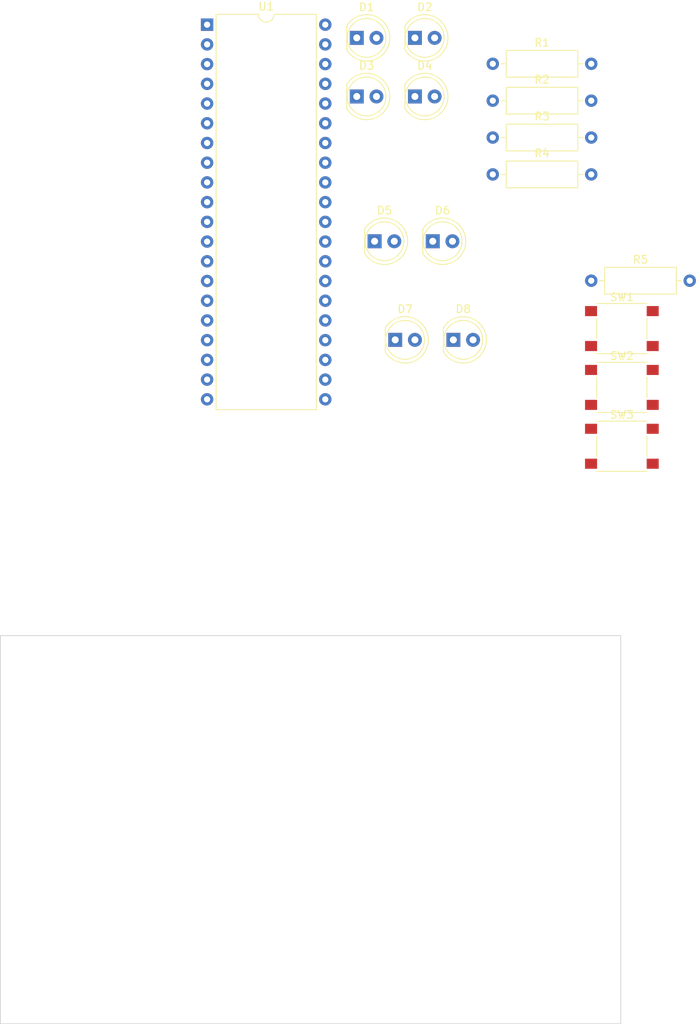
<source format=kicad_pcb>
(kicad_pcb (version 20221018) (generator pcbnew)
  (layers (0 "F.Cu" signal) (31 "B.Cu" signal) (34 "B.Paste" user) (35 "F.Paste" user) (36 "B.SilkS" user "B.Silkscreen") (37 "F.SilkS" user "F.Silkscreen") (38 "B.Mask" user) (39 "F.Mask" user) (44 "Edge.Cuts" user))
  (net 0 "")
  (net 1 "GND")
  (net 2 "Net-(D1-A)")
  (net 3 "Net-(D2-A)")
  (net 4 "Net-(D3-A)")
  (net 5 "Net-(D4-A)")
  (net 6 "Net-(U1-PB0)")
  (net 7 "Net-(U1-PB1)")
  (net 8 "Net-(U1-PB2)")
  (net 17 "Net-(U1-PB3)")
  (net 18 "Net-(U1-~{RESET})")
  (net 19 "+1V5")
  (net 20 "Net-(U1-PC0)")
  (net 25 "Net-(U1-PC1)")
  (net 26 "Net-(U1-GND-Pad11)")
  (footprint "LED_THT:LED_D5.0mm_IRGrey" (layer "F.Cu") (at 73.62 -56.84)
    (fp_text reference "D2" (at 1.27 -3.96) (layer "F.SilkS"))
    (fp_text value "LD271")
    (fp_line (start -1.29 -1.545) (end -1.29 1.545) (stroke (width 0.12)) (layer "F.SilkS"))
    (fp_arc (start -1.29 -1.54483) (mid 2.072002 -2.880433) (end 4.26 0.000462) (stroke (width 0.12)) (layer "F.SilkS"))
    (fp_arc (start 4.26 -0.000462) (mid 2.072002 2.880433) (end -1.29 1.54483) (stroke (width 0.12)) (layer "F.SilkS"))
    (fp_circle (center 1.27 0) (end 3.77 0) (stroke (width 0.12)) (fill none) (layer "F.SilkS"))
    (pad "1" thru_hole rect (at 0 0) (size 1.8 1.8) (drill 0.9) (layers "*.Cu" "*.Mask") (net 1 "GND"))
    (pad "2" thru_hole circle (at 2.54 0) (size 1.8 1.8) (drill 0.9) (layers "*.Cu" "*.Mask") (net 3 "Net-(D2-A)"))
  )
  (footprint "Button_Switch_SMD:SW_Push_1P1T_NO_6x6mm_H9.5mm" (layer "F.Cu") (at 100.31 -11.815)
    (fp_text reference "SW2" (at 0 -4.05) (layer "F.SilkS"))
    (fp_text value "SW_Push")
    (fp_line (start -3.23 -3.23) (end 3.23 -3.23) (stroke (width 0.12)) (layer "F.SilkS"))
    (fp_line (start -3.23 -3.2) (end -3.23 -3.23) (stroke (width 0.12)) (layer "F.SilkS"))
    (fp_line (start -3.23 -1.3) (end -3.23 1.3) (stroke (width 0.12)) (layer "F.SilkS"))
    (fp_line (start -3.23 3.23) (end -3.23 3.2) (stroke (width 0.12)) (layer "F.SilkS"))
    (fp_line (start -3.23 3.23) (end 3.23 3.23) (stroke (width 0.12)) (layer "F.SilkS"))
    (fp_line (start 3.23 -3.23) (end 3.23 -3.2) (stroke (width 0.12)) (layer "F.SilkS"))
    (fp_line (start 3.23 -1.3) (end 3.23 1.3) (stroke (width 0.12)) (layer "F.SilkS"))
    (fp_line (start 3.23 3.23) (end 3.23 3.2) (stroke (width 0.12)) (layer "F.SilkS"))
    (pad "1" smd rect (at -3.975 -2.25) (size 1.55 1.3) (layers "F.Cu" "F.Paste" "F.Mask") (net 20 "Net-(U1-PC0)"))
    (pad "1" smd rect (at 3.975 -2.25) (size 1.55 1.3) (layers "F.Cu" "F.Paste" "F.Mask") (net 20 "Net-(U1-PC0)"))
    (pad "2" smd rect (at -3.975 2.25) (size 1.55 1.3) (layers "F.Cu" "F.Paste" "F.Mask") (net 19 "+1V5"))
    (pad "2" smd rect (at 3.975 2.25) (size 1.55 1.3) (layers "F.Cu" "F.Paste" "F.Mask") (net 19 "+1V5"))
  )
  (footprint "Button_Switch_SMD:SW_Push_1P1T_NO_6x6mm_H9.5mm" (layer "F.Cu") (at 100.31 -19.395)
    (fp_text reference "SW1" (at 0 -4.05) (layer "F.SilkS"))
    (fp_text value "SW_Push")
    (fp_line (start -3.23 -3.23) (end 3.23 -3.23) (stroke (width 0.12)) (layer "F.SilkS"))
    (fp_line (start -3.23 -3.2) (end -3.23 -3.23) (stroke (width 0.12)) (layer "F.SilkS"))
    (fp_line (start -3.23 -1.3) (end -3.23 1.3) (stroke (width 0.12)) (layer "F.SilkS"))
    (fp_line (start -3.23 3.23) (end -3.23 3.2) (stroke (width 0.12)) (layer "F.SilkS"))
    (fp_line (start -3.23 3.23) (end 3.23 3.23) (stroke (width 0.12)) (layer "F.SilkS"))
    (fp_line (start 3.23 -3.23) (end 3.23 -3.2) (stroke (width 0.12)) (layer "F.SilkS"))
    (fp_line (start 3.23 -1.3) (end 3.23 1.3) (stroke (width 0.12)) (layer "F.SilkS"))
    (fp_line (start 3.23 3.23) (end 3.23 3.2) (stroke (width 0.12)) (layer "F.SilkS"))
    (pad "1" smd rect (at -3.975 -2.25) (size 1.55 1.3) (layers "F.Cu" "F.Paste" "F.Mask") (net 1 "GND"))
    (pad "1" smd rect (at 3.975 -2.25) (size 1.55 1.3) (layers "F.Cu" "F.Paste" "F.Mask") (net 1 "GND"))
    (pad "2" smd rect (at -3.975 2.25) (size 1.55 1.3) (layers "F.Cu" "F.Paste" "F.Mask") (net 18 "Net-(U1-~{RESET})"))
    (pad "2" smd rect (at 3.975 2.25) (size 1.55 1.3) (layers "F.Cu" "F.Paste" "F.Mask") (net 18 "Net-(U1-~{RESET})"))
  )
  (footprint "Resistor_THT:R_Axial_DIN0309_L9.0mm_D3.2mm_P12.70mm_Horizontal" (layer "F.Cu") (at 96.36 -25.56)
    (fp_text reference "R5" (at 6.35 -2.72) (layer "F.SilkS"))
    (fp_text value "30K")
    (fp_line (start 1.04 0) (end 1.73 0) (stroke (width 0.12)) (layer "F.SilkS"))
    (fp_line (start 1.73 -1.72) (end 1.73 1.72) (stroke (width 0.12)) (layer "F.SilkS"))
    (fp_line (start 1.73 1.72) (end 10.97 1.72) (stroke (width 0.12)) (layer "F.SilkS"))
    (fp_line (start 10.97 -1.72) (end 1.73 -1.72) (stroke (width 0.12)) (layer "F.SilkS"))
    (fp_line (start 10.97 1.72) (end 10.97 -1.72) (stroke (width 0.12)) (layer "F.SilkS"))
    (fp_line (start 11.66 0) (end 10.97 0) (stroke (width 0.12)) (layer "F.SilkS"))
    (pad "1" thru_hole circle (at 0 0) (size 1.6 1.6) (drill 0.8) (layers "*.Cu" "*.Mask") (net 19 "+1V5"))
    (pad "2" thru_hole oval (at 12.7 0) (size 1.6 1.6) (drill 0.8) (layers "*.Cu" "*.Mask") (net 18 "Net-(U1-~{RESET})"))
  )
  (footprint "LED_THT:LED_D5.0mm_IRGrey" (layer "F.Cu") (at 66.12 -56.84)
    (fp_text reference "D1" (at 1.27 -3.96) (layer "F.SilkS"))
    (fp_text value "LD271")
    (fp_line (start -1.29 -1.545) (end -1.29 1.545) (stroke (width 0.12)) (layer "F.SilkS"))
    (fp_arc (start -1.29 -1.54483) (mid 2.072002 -2.880433) (end 4.26 0.000462) (stroke (width 0.12)) (layer "F.SilkS"))
    (fp_arc (start 4.26 -0.000462) (mid 2.072002 2.880433) (end -1.29 1.54483) (stroke (width 0.12)) (layer "F.SilkS"))
    (fp_circle (center 1.27 0) (end 3.77 0) (stroke (width 0.12)) (fill none) (layer "F.SilkS"))
    (pad "1" thru_hole rect (at 0 0) (size 1.8 1.8) (drill 0.9) (layers "*.Cu" "*.Mask") (net 1 "GND"))
    (pad "2" thru_hole circle (at 2.54 0) (size 1.8 1.8) (drill 0.9) (layers "*.Cu" "*.Mask") (net 2 "Net-(D1-A)"))
  )
  (footprint "Resistor_THT:R_Axial_DIN0309_L9.0mm_D3.2mm_P12.70mm_Horizontal" (layer "F.Cu") (at 83.66 -53.5)
    (fp_text reference "R1" (at 6.35 -2.72) (layer "F.SilkS"))
    (fp_text value "600 ohm")
    (fp_line (start 1.04 0) (end 1.73 0) (stroke (width 0.12)) (layer "F.SilkS"))
    (fp_line (start 1.73 -1.72) (end 1.73 1.72) (stroke (width 0.12)) (layer "F.SilkS"))
    (fp_line (start 1.73 1.72) (end 10.97 1.72) (stroke (width 0.12)) (layer "F.SilkS"))
    (fp_line (start 10.97 -1.72) (end 1.73 -1.72) (stroke (width 0.12)) (layer "F.SilkS"))
    (fp_line (start 10.97 1.72) (end 10.97 -1.72) (stroke (width 0.12)) (layer "F.SilkS"))
    (fp_line (start 11.66 0) (end 10.97 0) (stroke (width 0.12)) (layer "F.SilkS"))
    (pad "1" thru_hole circle (at 0 0) (size 1.6 1.6) (drill 0.8) (layers "*.Cu" "*.Mask") (net 2 "Net-(D1-A)"))
    (pad "2" thru_hole oval (at 12.7 0) (size 1.6 1.6) (drill 0.8) (layers "*.Cu" "*.Mask") (net 6 "Net-(U1-PB0)"))
  )
  (footprint "Button_Switch_SMD:SW_Push_1P1T_NO_6x6mm_H9.5mm" (layer "F.Cu") (at 100.31 -4.235)
    (fp_text reference "SW3" (at 0 -4.05) (layer "F.SilkS"))
    (fp_text value "SW_Push")
    (fp_line (start -3.23 -3.23) (end 3.23 -3.23) (stroke (width 0.12)) (layer "F.SilkS"))
    (fp_line (start -3.23 -3.2) (end -3.23 -3.23) (stroke (width 0.12)) (layer "F.SilkS"))
    (fp_line (start -3.23 -1.3) (end -3.23 1.3) (stroke (width 0.12)) (layer "F.SilkS"))
    (fp_line (start -3.23 3.23) (end -3.23 3.2) (stroke (width 0.12)) (layer "F.SilkS"))
    (fp_line (start -3.23 3.23) (end 3.23 3.23) (stroke (width 0.12)) (layer "F.SilkS"))
    (fp_line (start 3.23 -3.23) (end 3.23 -3.2) (stroke (width 0.12)) (layer "F.SilkS"))
    (fp_line (start 3.23 -1.3) (end 3.23 1.3) (stroke (width 0.12)) (layer "F.SilkS"))
    (fp_line (start 3.23 3.23) (end 3.23 3.2) (stroke (width 0.12)) (layer "F.SilkS"))
    (pad "1" smd rect (at -3.975 -2.25) (size 1.55 1.3) (layers "F.Cu" "F.Paste" "F.Mask") (net 25 "Net-(U1-PC1)"))
    (pad "1" smd rect (at 3.975 -2.25) (size 1.55 1.3) (layers "F.Cu" "F.Paste" "F.Mask") (net 25 "Net-(U1-PC1)"))
    (pad "2" smd rect (at -3.975 2.25) (size 1.55 1.3) (layers "F.Cu" "F.Paste" "F.Mask") (net 19 "+1V5"))
    (pad "2" smd rect (at 3.975 2.25) (size 1.55 1.3) (layers "F.Cu" "F.Paste" "F.Mask") (net 19 "+1V5"))
  )
  (footprint "Resistor_THT:R_Axial_DIN0309_L9.0mm_D3.2mm_P12.70mm_Horizontal" (layer "F.Cu") (at 83.66 -39.25)
    (fp_text reference "R4" (at 6.35 -2.72) (layer "F.SilkS"))
    (fp_text value "R")
    (fp_line (start 1.04 0) (end 1.73 0) (stroke (width 0.12)) (layer "F.SilkS"))
    (fp_line (start 1.73 -1.72) (end 1.73 1.72) (stroke (width 0.12)) (layer "F.SilkS"))
    (fp_line (start 1.73 1.72) (end 10.97 1.72) (stroke (width 0.12)) (layer "F.SilkS"))
    (fp_line (start 10.97 -1.72) (end 1.73 -1.72) (stroke (width 0.12)) (layer "F.SilkS"))
    (fp_line (start 10.97 1.72) (end 10.97 -1.72) (stroke (width 0.12)) (layer "F.SilkS"))
    (fp_line (start 11.66 0) (end 10.97 0) (stroke (width 0.12)) (layer "F.SilkS"))
    (pad "1" thru_hole circle (at 0 0) (size 1.6 1.6) (drill 0.8) (layers "*.Cu" "*.Mask") (net 5 "Net-(D4-A)"))
    (pad "2" thru_hole oval (at 12.7 0) (size 1.6 1.6) (drill 0.8) (layers "*.Cu" "*.Mask") (net 17 "Net-(U1-PB3)"))
  )
  (footprint "LED_THT:LED_D5.0mm_IRGrey" (layer "F.Cu") (at 66.12 -49.29)
    (fp_text reference "D3" (at 1.27 -3.96) (layer "F.SilkS"))
    (fp_text value "LD271")
    (fp_line (start -1.29 -1.545) (end -1.29 1.545) (stroke (width 0.12)) (layer "F.SilkS"))
    (fp_arc (start -1.29 -1.54483) (mid 2.072002 -2.880433) (end 4.26 0.000462) (stroke (width 0.12)) (layer "F.SilkS"))
    (fp_arc (start 4.26 -0.000462) (mid 2.072002 2.880433) (end -1.29 1.54483) (stroke (width 0.12)) (layer "F.SilkS"))
    (fp_circle (center 1.27 0) (end 3.77 0) (stroke (width 0.12)) (fill none) (layer "F.SilkS"))
    (pad "1" thru_hole rect (at 0 0) (size 1.8 1.8) (drill 0.9) (layers "*.Cu" "*.Mask") (net 1 "GND"))
    (pad "2" thru_hole circle (at 2.54 0) (size 1.8 1.8) (drill 0.9) (layers "*.Cu" "*.Mask") (net 4 "Net-(D3-A)"))
  )
  (footprint "LED_THT:LED_D5.0mm_IRGrey" (layer "F.Cu") (at 75.92 -30.64)
    (fp_text reference "D6" (at 1.27 -3.96) (layer "F.SilkS"))
    (fp_text value "LD271")
    (fp_line (start -1.29 -1.545) (end -1.29 1.545) (stroke (width 0.12)) (layer "F.SilkS"))
    (fp_arc (start -1.29 -1.54483) (mid 2.072002 -2.880433) (end 4.26 0.000462) (stroke (width 0.12)) (layer "F.SilkS"))
    (fp_arc (start 4.26 -0.000462) (mid 2.072002 2.880433) (end -1.29 1.54483) (stroke (width 0.12)) (layer "F.SilkS"))
    (fp_circle (center 1.27 0) (end 3.77 0) (stroke (width 0.12)) (fill none) (layer "F.SilkS"))
    (pad "1" thru_hole rect (at 0 0) (size 1.8 1.8) (drill 0.9) (layers "*.Cu" "*.Mask"))
    (pad "2" thru_hole circle (at 2.54 0) (size 1.8 1.8) (drill 0.9) (layers "*.Cu" "*.Mask"))
  )
  (footprint "LED_THT:LED_D5.0mm_IRGrey" (layer "F.Cu") (at 71.08 -17.94)
    (fp_text reference "D7" (at 1.27 -3.96) (layer "F.SilkS"))
    (fp_text value "LD271")
    (fp_line (start -1.29 -1.545) (end -1.29 1.545) (stroke (width 0.12)) (layer "F.SilkS"))
    (fp_arc (start -1.29 -1.54483) (mid 2.072002 -2.880433) (end 4.26 0.000462) (stroke (width 0.12)) (layer "F.SilkS"))
    (fp_arc (start 4.26 -0.000462) (mid 2.072002 2.880433) (end -1.29 1.54483) (stroke (width 0.12)) (layer "F.SilkS"))
    (fp_circle (center 1.27 0) (end 3.77 0) (stroke (width 0.12)) (fill none) (layer "F.SilkS"))
    (pad "1" thru_hole rect (at 0 0) (size 1.8 1.8) (drill 0.9) (layers "*.Cu" "*.Mask"))
    (pad "2" thru_hole circle (at 2.54 0) (size 1.8 1.8) (drill 0.9) (layers "*.Cu" "*.Mask"))
  )
  (footprint "LED_THT:LED_D5.0mm_IRGrey" (layer "F.Cu") (at 73.62 -49.29)
    (fp_text reference "D4" (at 1.27 -3.96) (layer "F.SilkS"))
    (fp_text value "LD271")
    (fp_line (start -1.29 -1.545) (end -1.29 1.545) (stroke (width 0.12)) (layer "F.SilkS"))
    (fp_arc (start -1.29 -1.54483) (mid 2.072002 -2.880433) (end 4.26 0.000462) (stroke (width 0.12)) (layer "F.SilkS"))
    (fp_arc (start 4.26 -0.000462) (mid 2.072002 2.880433) (end -1.29 1.54483) (stroke (width 0.12)) (layer "F.SilkS"))
    (fp_circle (center 1.27 0) (end 3.77 0) (stroke (width 0.12)) (fill none) (layer "F.SilkS"))
    (pad "1" thru_hole rect (at 0 0) (size 1.8 1.8) (drill 0.9) (layers "*.Cu" "*.Mask") (net 1 "GND"))
    (pad "2" thru_hole circle (at 2.54 0) (size 1.8 1.8) (drill 0.9) (layers "*.Cu" "*.Mask") (net 5 "Net-(D4-A)"))
  )
  (footprint "LED_THT:LED_D5.0mm_IRGrey" (layer "F.Cu") (at 78.58 -17.94)
    (fp_text reference "D8" (at 1.27 -3.96) (layer "F.SilkS"))
    (fp_text value "LD271")
    (fp_line (start -1.29 -1.545) (end -1.29 1.545) (stroke (width 0.12)) (layer "F.SilkS"))
    (fp_arc (start -1.29 -1.54483) (mid 2.072002 -2.880433) (end 4.26 0.000462) (stroke (width 0.12)) (layer "F.SilkS"))
    (fp_arc (start 4.26 -0.000462) (mid 2.072002 2.880433) (end -1.29 1.54483) (stroke (width 0.12)) (layer "F.SilkS"))
    (fp_circle (center 1.27 0) (end 3.77 0) (stroke (width 0.12)) (fill none) (layer "F.SilkS"))
    (pad "1" thru_hole rect (at 0 0) (size 1.8 1.8) (drill 0.9) (layers "*.Cu" "*.Mask"))
    (pad "2" thru_hole circle (at 2.54 0) (size 1.8 1.8) (drill 0.9) (layers "*.Cu" "*.Mask"))
  )
  (footprint "Resistor_THT:R_Axial_DIN0309_L9.0mm_D3.2mm_P12.70mm_Horizontal" (layer "F.Cu") (at 83.66 -44)
    (fp_text reference "R3" (at 6.35 -2.72) (layer "F.SilkS"))
    (fp_text value "R")
    (fp_line (start 1.04 0) (end 1.73 0) (stroke (width 0.12)) (layer "F.SilkS"))
    (fp_line (start 1.73 -1.72) (end 1.73 1.72) (stroke (width 0.12)) (layer "F.SilkS"))
    (fp_line (start 1.73 1.72) (end 10.97 1.72) (stroke (width 0.12)) (layer "F.SilkS"))
    (fp_line (start 10.97 -1.72) (end 1.73 -1.72) (stroke (width 0.12)) (layer "F.SilkS"))
    (fp_line (start 10.97 1.72) (end 10.97 -1.72) (stroke (width 0.12)) (layer "F.SilkS"))
    (fp_line (start 11.66 0) (end 10.97 0) (stroke (width 0.12)) (layer "F.SilkS"))
    (pad "1" thru_hole circle (at 0 0) (size 1.6 1.6) (drill 0.8) (layers "*.Cu" "*.Mask") (net 4 "Net-(D3-A)"))
    (pad "2" thru_hole oval (at 12.7 0) (size 1.6 1.6) (drill 0.8) (layers "*.Cu" "*.Mask") (net 8 "Net-(U1-PB2)"))
  )
  (footprint "Resistor_THT:R_Axial_DIN0309_L9.0mm_D3.2mm_P12.70mm_Horizontal" (layer "F.Cu") (at 83.66 -48.75)
    (fp_text reference "R2" (at 6.35 -2.72) (layer "F.SilkS"))
    (fp_text value "R")
    (fp_line (start 1.04 0) (end 1.73 0) (stroke (width 0.12)) (layer "F.SilkS"))
    (fp_line (start 1.73 -1.72) (end 1.73 1.72) (stroke (width 0.12)) (layer "F.SilkS"))
    (fp_line (start 1.73 1.72) (end 10.97 1.72) (stroke (width 0.12)) (layer "F.SilkS"))
    (fp_line (start 10.97 -1.72) (end 1.73 -1.72) (stroke (width 0.12)) (layer "F.SilkS"))
    (fp_line (start 10.97 1.72) (end 10.97 -1.72) (stroke (width 0.12)) (layer "F.SilkS"))
    (fp_line (start 11.66 0) (end 10.97 0) (stroke (width 0.12)) (layer "F.SilkS"))
    (pad "1" thru_hole circle (at 0 0) (size 1.6 1.6) (drill 0.8) (layers "*.Cu" "*.Mask") (net 3 "Net-(D2-A)"))
    (pad "2" thru_hole oval (at 12.7 0) (size 1.6 1.6) (drill 0.8) (layers "*.Cu" "*.Mask") (net 7 "Net-(U1-PB1)"))
  )
  (footprint "Package_DIP:DIP-40_W15.24mm" (layer "F.Cu") (at 46.82 -58.54)
    (fp_text reference "U1" (at 7.62 -2.33) (layer "F.SilkS"))
    (fp_text value "ATmega32-16P")
    (fp_line (start 1.16 -1.33) (end 1.16 49.59) (stroke (width 0.12)) (layer "F.SilkS"))
    (fp_line (start 1.16 49.59) (end 14.08 49.59) (stroke (width 0.12)) (layer "F.SilkS"))
    (fp_line (start 6.62 -1.33) (end 1.16 -1.33) (stroke (width 0.12)) (layer "F.SilkS"))
    (fp_line (start 14.08 -1.33) (end 8.62 -1.33) (stroke (width 0.12)) (layer "F.SilkS"))
    (fp_line (start 14.08 49.59) (end 14.08 -1.33) (stroke (width 0.12)) (layer "F.SilkS"))
    (fp_arc (start 8.62 -1.33) (mid 7.62 -0.33) (end 6.62 -1.33) (stroke (width 0.12)) (layer "F.SilkS"))
    (pad "1" thru_hole rect (at 0 0) (size 1.6 1.6) (drill 0.8) (layers "*.Cu" "*.Mask") (net 6 "Net-(U1-PB0)"))
    (pad "2" thru_hole oval (at 0 2.54) (size 1.6 1.6) (drill 0.8) (layers "*.Cu" "*.Mask") (net 7 "Net-(U1-PB1)"))
    (pad "3" thru_hole oval (at 0 5.08) (size 1.6 1.6) (drill 0.8) (layers "*.Cu" "*.Mask") (net 8 "Net-(U1-PB2)"))
    (pad "4" thru_hole oval (at 0 7.62) (size 1.6 1.6) (drill 0.8) (layers "*.Cu" "*.Mask") (net 17 "Net-(U1-PB3)"))
    (pad "5" thru_hole oval (at 0 10.16) (size 1.6 1.6) (drill 0.8) (layers "*.Cu" "*.Mask"))
    (pad "6" thru_hole oval (at 0 12.7) (size 1.6 1.6) (drill 0.8) (layers "*.Cu" "*.Mask"))
    (pad "7" thru_hole oval (at 0 15.24) (size 1.6 1.6) (drill 0.8) (layers "*.Cu" "*.Mask"))
    (pad "8" thru_hole oval (at 0 17.78) (size 1.6 1.6) (drill 0.8) (layers "*.Cu" "*.Mask"))
    (pad "9" thru_hole oval (at 0 20.32) (size 1.6 1.6) (drill 0.8) (layers "*.Cu" "*.Mask") (net 18 "Net-(U1-~{RESET})"))
    (pad "10" thru_hole oval (at 0 22.86) (size 1.6 1.6) (drill 0.8) (layers "*.Cu" "*.Mask") (net 19 "+1V5"))
    (pad "11" thru_hole oval (at 0 25.4) (size 1.6 1.6) (drill 0.8) (layers "*.Cu" "*.Mask") (net 26 "Net-(U1-GND-Pad11)"))
    (pad "12" thru_hole oval (at 0 27.94) (size 1.6 1.6) (drill 0.8) (layers "*.Cu" "*.Mask"))
    (pad "13" thru_hole oval (at 0 30.48) (size 1.6 1.6) (drill 0.8) (layers "*.Cu" "*.Mask"))
    (pad "14" thru_hole oval (at 0 33.02) (size 1.6 1.6) (drill 0.8) (layers "*.Cu" "*.Mask"))
    (pad "15" thru_hole oval (at 0 35.56) (size 1.6 1.6) (drill 0.8) (layers "*.Cu" "*.Mask"))
    (pad "16" thru_hole oval (at 0 38.1) (size 1.6 1.6) (drill 0.8) (layers "*.Cu" "*.Mask"))
    (pad "17" thru_hole oval (at 0 40.64) (size 1.6 1.6) (drill 0.8) (layers "*.Cu" "*.Mask"))
    (pad "18" thru_hole oval (at 0 43.18) (size 1.6 1.6) (drill 0.8) (layers "*.Cu" "*.Mask"))
    (pad "19" thru_hole oval (at 0 45.72) (size 1.6 1.6) (drill 0.8) (layers "*.Cu" "*.Mask"))
    (pad "20" thru_hole oval (at 0 48.26) (size 1.6 1.6) (drill 0.8) (layers "*.Cu" "*.Mask"))
    (pad "21" thru_hole oval (at 15.24 48.26) (size 1.6 1.6) (drill 0.8) (layers "*.Cu" "*.Mask"))
    (pad "22" thru_hole oval (at 15.24 45.72) (size 1.6 1.6) (drill 0.8) (layers "*.Cu" "*.Mask") (net 20 "Net-(U1-PC0)"))
    (pad "23" thru_hole oval (at 15.24 43.18) (size 1.6 1.6) (drill 0.8) (layers "*.Cu" "*.Mask") (net 25 "Net-(U1-PC1)"))
    (pad "24" thru_hole oval (at 15.24 40.64) (size 1.6 1.6) (drill 0.8) (layers "*.Cu" "*.Mask"))
    (pad "25" thru_hole oval (at 15.24 38.1) (size 1.6 1.6) (drill 0.8) (layers "*.Cu" "*.Mask"))
    (pad "26" thru_hole oval (at 15.24 35.56) (size 1.6 1.6) (drill 0.8) (layers "*.Cu" "*.Mask"))
    (pad "27" thru_hole oval (at 15.24 33.02) (size 1.6 1.6) (drill 0.8) (layers "*.Cu" "*.Mask"))
    (pad "28" thru_hole oval (at 15.24 30.48) (size 1.6 1.6) (drill 0.8) (layers "*.Cu" "*.Mask"))
    (pad "29" thru_hole oval (at 15.24 27.94) (size 1.6 1.6) (drill 0.8) (layers "*.Cu" "*.Mask"))
    (pad "30" thru_hole oval (at 15.24 25.4) (size 1.6 1.6) (drill 0.8) (layers "*.Cu" "*.Mask"))
    (pad "31" thru_hole oval (at 15.24 22.86) (size 1.6 1.6) (drill 0.8) (layers "*.Cu" "*.Mask") (net 26 "Net-(U1-GND-Pad11)"))
    (pad "32" thru_hole oval (at 15.24 20.32) (size 1.6 1.6) (drill 0.8) (layers "*.Cu" "*.Mask"))
    (pad "33" thru_hole oval (at 15.24 17.78) (size 1.6 1.6) (drill 0.8) (layers "*.Cu" "*.Mask"))
    (pad "34" thru_hole oval (at 15.24 15.24) (size 1.6 1.6) (drill 0.8) (layers "*.Cu" "*.Mask"))
    (pad "35" thru_hole oval (at 15.24 12.7) (size 1.6 1.6) (drill 0.8) (layers "*.Cu" "*.Mask"))
    (pad "36" thru_hole oval (at 15.24 10.16) (size 1.6 1.6) (drill 0.8) (layers "*.Cu" "*.Mask"))
    (pad "37" thru_hole oval (at 15.24 7.62) (size 1.6 1.6) (drill 0.8) (layers "*.Cu" "*.Mask"))
    (pad "38" thru_hole oval (at 15.24 5.08) (size 1.6 1.6) (drill 0.8) (layers "*.Cu" "*.Mask"))
    (pad "39" thru_hole oval (at 15.24 2.54) (size 1.6 1.6) (drill 0.8) (layers "*.Cu" "*.Mask"))
    (pad "40" thru_hole oval (at 15.24 0) (size 1.6 1.6) (drill 0.8) (layers "*.Cu" "*.Mask") (net 19 "+1V5"))
  )
  (footprint "LED_THT:LED_D5.0mm_IRGrey" (layer "F.Cu") (at 68.42 -30.64)
    (fp_text reference "D5" (at 1.27 -3.96) (layer "F.SilkS"))
    (fp_text value "LD271")
    (fp_line (start -1.29 -1.545) (end -1.29 1.545) (stroke (width 0.12)) (layer "F.SilkS"))
    (fp_arc (start -1.29 -1.54483) (mid 2.072002 -2.880433) (end 4.26 0.000462) (stroke (width 0.12)) (layer "F.SilkS"))
    (fp_arc (start 4.26 -0.000462) (mid 2.072002 2.880433) (end -1.29 1.54483) (stroke (width 0.12)) (layer "F.SilkS"))
    (fp_circle (center 1.27 0) (end 3.77 0) (stroke (width 0.12)) (fill none) (layer "F.SilkS"))
    (pad "1" thru_hole rect (at 0 0) (size 1.8 1.8) (drill 0.9) (layers "*.Cu" "*.Mask"))
    (pad "2" thru_hole circle (at 2.54 0) (size 1.8 1.8) (drill 0.9) (layers "*.Cu" "*.Mask"))
  )
  (gr_rect (start 20.16 20.16) (end 100.16 70.16) (stroke (width 0.1)) (fill none) (layer "Edge.Cuts"))
)
</source>
